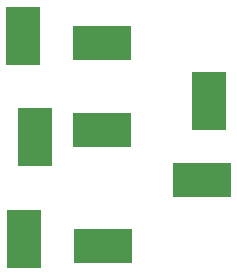
<source format=gbr>
%TF.GenerationSoftware,KiCad,Pcbnew,8.0.7*%
%TF.CreationDate,2025-04-11T01:52:17-04:00*%
%TF.ProjectId,1M_3F,314d5f33-462e-46b6-9963-61645f706362,rev?*%
%TF.SameCoordinates,Original*%
%TF.FileFunction,Soldermask,Top*%
%TF.FilePolarity,Negative*%
%FSLAX46Y46*%
G04 Gerber Fmt 4.6, Leading zero omitted, Abs format (unit mm)*
G04 Created by KiCad (PCBNEW 8.0.7) date 2025-04-11 01:52:17*
%MOMM*%
%LPD*%
G01*
G04 APERTURE LIST*
%ADD10R,3.000000X5.000000*%
%ADD11R,5.000000X3.000000*%
G04 APERTURE END LIST*
D10*
%TO.C,J1*%
X97207100Y-47653300D03*
D11*
X102844600Y-47040800D03*
%TD*%
D10*
%TO.C,J3*%
X96275000Y-56262500D03*
D11*
X102912500Y-56875000D03*
%TD*%
%TO.C,J4*%
X111287500Y-51247500D03*
D10*
X111900000Y-44610000D03*
%TD*%
%TO.C,J2*%
X96200000Y-39050000D03*
D11*
X102837500Y-39662500D03*
%TD*%
M02*

</source>
